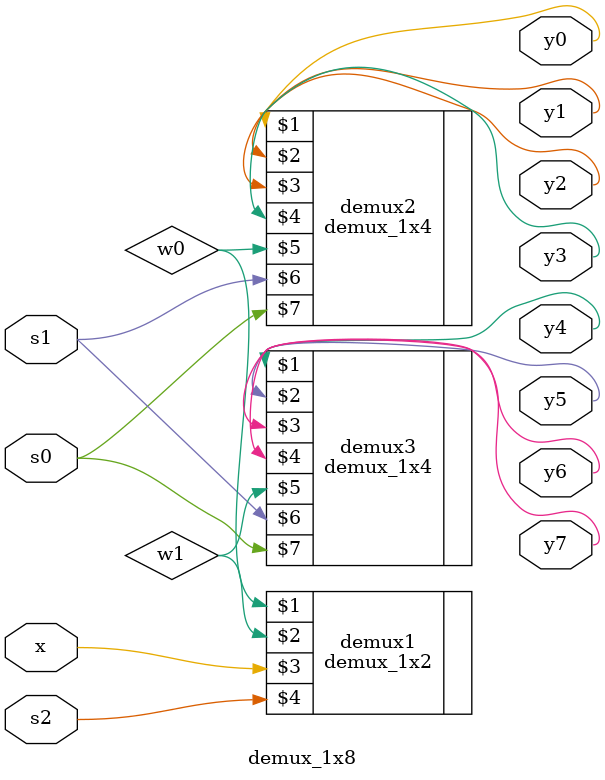
<source format=v>
module demux_1x8(y0,y1,y2,y3,y4,y5,y6,y7,x,s2,s1,s0);

    input x,s0,s1,s2;
    output y0,y1,y2,y3,y4,y5,y6,y7;
    wire w0,w1,w2;

    demux_1x2 demux1(w0,w1,x,s2);
    demux_1x4 demux2(y0,y1,y2,y3,w0,s1,s0);
    demux_1x4 demux3(y4,y5,y6,y7,w1,s1,s0);

endmodule
</source>
